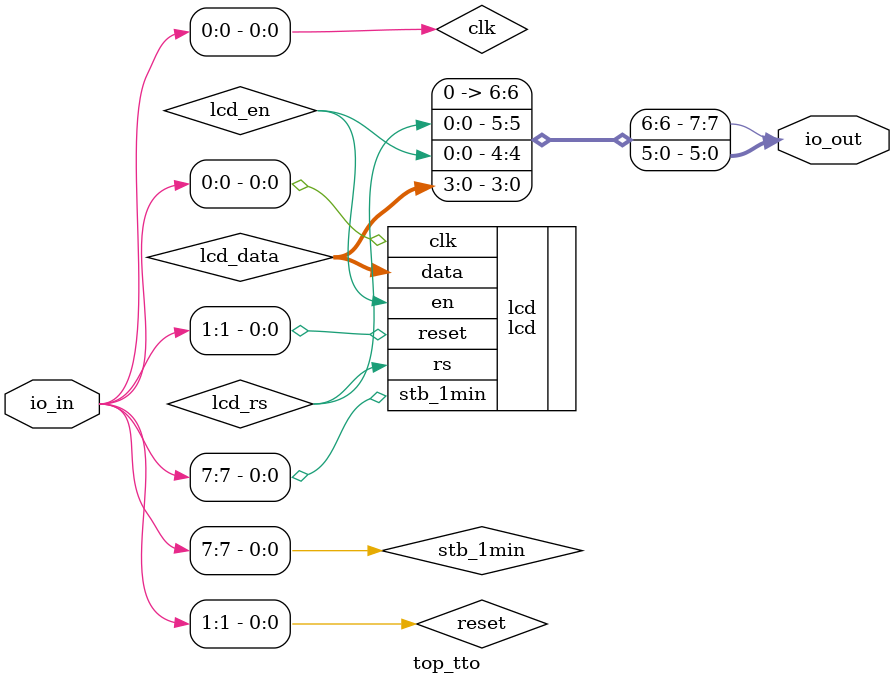
<source format=v>
`default_nettype none

module top_tto
  #(parameter CLOCK_RATE=1000)
  (
   input [7:0]  io_in,
   output [7:0] io_out
   );
  
  wire                      clk   = io_in[0];
  wire                      reset = io_in[1];
  wire                      stb_1min = io_in[7];
  wire                      uart_tx_pin;
  wire                      lcd_en;
  wire                      lcd_rs;
  wire               [3:0]  lcd_data;

  assign io_out[0] = lcd_data[0];
  assign io_out[1] = lcd_data[1];
  assign io_out[2] = lcd_data[2];
  assign io_out[3] = lcd_data[3];
  assign io_out[4] = lcd_en;
  assign io_out[5] = lcd_rs;
  assign io_out[7] = 0; // uart_tx_pin;

  // instantiate uart
  // uart_tx uart_tx(.clk(clk), .reset(reset), .tx_pin(uart_tx_pin));

  // instatiate lcd
  lcd lcd(.clk(clk), .reset(reset), .stb_1min(stb_1min), .en(lcd_en), .rs(lcd_rs), .data(lcd_data));
  
endmodule

</source>
